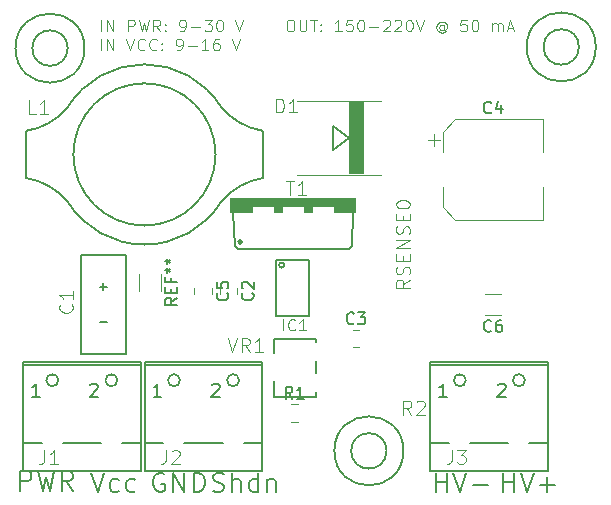
<source format=gbr>
%TF.GenerationSoftware,KiCad,Pcbnew,8.0.3*%
%TF.CreationDate,2024-09-06T18:55:24+02:00*%
%TF.ProjectId,nixie_supply,6e697869-655f-4737-9570-706c792e6b69,rev?*%
%TF.SameCoordinates,Original*%
%TF.FileFunction,Legend,Top*%
%TF.FilePolarity,Positive*%
%FSLAX46Y46*%
G04 Gerber Fmt 4.6, Leading zero omitted, Abs format (unit mm)*
G04 Created by KiCad (PCBNEW 8.0.3) date 2024-09-06 18:55:24*
%MOMM*%
%LPD*%
G01*
G04 APERTURE LIST*
%ADD10C,0.100000*%
%ADD11C,0.142240*%
%ADD12C,0.114300*%
%ADD13C,0.127000*%
%ADD14C,0.093472*%
%ADD15C,0.150000*%
%ADD16C,0.091440*%
%ADD17C,0.074778*%
%ADD18C,0.152400*%
%ADD19C,0.203200*%
%ADD20C,0.101600*%
%ADD21C,0.000000*%
%ADD22C,0.120000*%
%ADD23C,0.254000*%
G04 APERTURE END LIST*
D10*
X130803884Y-86612475D02*
X130803884Y-85612475D01*
X131280074Y-86612475D02*
X131280074Y-85612475D01*
X131280074Y-85612475D02*
X131851502Y-86612475D01*
X131851502Y-86612475D02*
X131851502Y-85612475D01*
X133089598Y-86612475D02*
X133089598Y-85612475D01*
X133089598Y-85612475D02*
X133470550Y-85612475D01*
X133470550Y-85612475D02*
X133565788Y-85660094D01*
X133565788Y-85660094D02*
X133613407Y-85707713D01*
X133613407Y-85707713D02*
X133661026Y-85802951D01*
X133661026Y-85802951D02*
X133661026Y-85945808D01*
X133661026Y-85945808D02*
X133613407Y-86041046D01*
X133613407Y-86041046D02*
X133565788Y-86088665D01*
X133565788Y-86088665D02*
X133470550Y-86136284D01*
X133470550Y-86136284D02*
X133089598Y-86136284D01*
X133994360Y-85612475D02*
X134232455Y-86612475D01*
X134232455Y-86612475D02*
X134422931Y-85898189D01*
X134422931Y-85898189D02*
X134613407Y-86612475D01*
X134613407Y-86612475D02*
X134851503Y-85612475D01*
X135803883Y-86612475D02*
X135470550Y-86136284D01*
X135232455Y-86612475D02*
X135232455Y-85612475D01*
X135232455Y-85612475D02*
X135613407Y-85612475D01*
X135613407Y-85612475D02*
X135708645Y-85660094D01*
X135708645Y-85660094D02*
X135756264Y-85707713D01*
X135756264Y-85707713D02*
X135803883Y-85802951D01*
X135803883Y-85802951D02*
X135803883Y-85945808D01*
X135803883Y-85945808D02*
X135756264Y-86041046D01*
X135756264Y-86041046D02*
X135708645Y-86088665D01*
X135708645Y-86088665D02*
X135613407Y-86136284D01*
X135613407Y-86136284D02*
X135232455Y-86136284D01*
X136232455Y-86517236D02*
X136280074Y-86564856D01*
X136280074Y-86564856D02*
X136232455Y-86612475D01*
X136232455Y-86612475D02*
X136184836Y-86564856D01*
X136184836Y-86564856D02*
X136232455Y-86517236D01*
X136232455Y-86517236D02*
X136232455Y-86612475D01*
X136232455Y-85993427D02*
X136280074Y-86041046D01*
X136280074Y-86041046D02*
X136232455Y-86088665D01*
X136232455Y-86088665D02*
X136184836Y-86041046D01*
X136184836Y-86041046D02*
X136232455Y-85993427D01*
X136232455Y-85993427D02*
X136232455Y-86088665D01*
X137518169Y-86612475D02*
X137708645Y-86612475D01*
X137708645Y-86612475D02*
X137803883Y-86564856D01*
X137803883Y-86564856D02*
X137851502Y-86517236D01*
X137851502Y-86517236D02*
X137946740Y-86374379D01*
X137946740Y-86374379D02*
X137994359Y-86183903D01*
X137994359Y-86183903D02*
X137994359Y-85802951D01*
X137994359Y-85802951D02*
X137946740Y-85707713D01*
X137946740Y-85707713D02*
X137899121Y-85660094D01*
X137899121Y-85660094D02*
X137803883Y-85612475D01*
X137803883Y-85612475D02*
X137613407Y-85612475D01*
X137613407Y-85612475D02*
X137518169Y-85660094D01*
X137518169Y-85660094D02*
X137470550Y-85707713D01*
X137470550Y-85707713D02*
X137422931Y-85802951D01*
X137422931Y-85802951D02*
X137422931Y-86041046D01*
X137422931Y-86041046D02*
X137470550Y-86136284D01*
X137470550Y-86136284D02*
X137518169Y-86183903D01*
X137518169Y-86183903D02*
X137613407Y-86231522D01*
X137613407Y-86231522D02*
X137803883Y-86231522D01*
X137803883Y-86231522D02*
X137899121Y-86183903D01*
X137899121Y-86183903D02*
X137946740Y-86136284D01*
X137946740Y-86136284D02*
X137994359Y-86041046D01*
X138422931Y-86231522D02*
X139184836Y-86231522D01*
X139565788Y-85612475D02*
X140184835Y-85612475D01*
X140184835Y-85612475D02*
X139851502Y-85993427D01*
X139851502Y-85993427D02*
X139994359Y-85993427D01*
X139994359Y-85993427D02*
X140089597Y-86041046D01*
X140089597Y-86041046D02*
X140137216Y-86088665D01*
X140137216Y-86088665D02*
X140184835Y-86183903D01*
X140184835Y-86183903D02*
X140184835Y-86421998D01*
X140184835Y-86421998D02*
X140137216Y-86517236D01*
X140137216Y-86517236D02*
X140089597Y-86564856D01*
X140089597Y-86564856D02*
X139994359Y-86612475D01*
X139994359Y-86612475D02*
X139708645Y-86612475D01*
X139708645Y-86612475D02*
X139613407Y-86564856D01*
X139613407Y-86564856D02*
X139565788Y-86517236D01*
X140803883Y-85612475D02*
X140899121Y-85612475D01*
X140899121Y-85612475D02*
X140994359Y-85660094D01*
X140994359Y-85660094D02*
X141041978Y-85707713D01*
X141041978Y-85707713D02*
X141089597Y-85802951D01*
X141089597Y-85802951D02*
X141137216Y-85993427D01*
X141137216Y-85993427D02*
X141137216Y-86231522D01*
X141137216Y-86231522D02*
X141089597Y-86421998D01*
X141089597Y-86421998D02*
X141041978Y-86517236D01*
X141041978Y-86517236D02*
X140994359Y-86564856D01*
X140994359Y-86564856D02*
X140899121Y-86612475D01*
X140899121Y-86612475D02*
X140803883Y-86612475D01*
X140803883Y-86612475D02*
X140708645Y-86564856D01*
X140708645Y-86564856D02*
X140661026Y-86517236D01*
X140661026Y-86517236D02*
X140613407Y-86421998D01*
X140613407Y-86421998D02*
X140565788Y-86231522D01*
X140565788Y-86231522D02*
X140565788Y-85993427D01*
X140565788Y-85993427D02*
X140613407Y-85802951D01*
X140613407Y-85802951D02*
X140661026Y-85707713D01*
X140661026Y-85707713D02*
X140708645Y-85660094D01*
X140708645Y-85660094D02*
X140803883Y-85612475D01*
X142184836Y-85612475D02*
X142518169Y-86612475D01*
X142518169Y-86612475D02*
X142851502Y-85612475D01*
X146756264Y-85612475D02*
X146946740Y-85612475D01*
X146946740Y-85612475D02*
X147041978Y-85660094D01*
X147041978Y-85660094D02*
X147137216Y-85755332D01*
X147137216Y-85755332D02*
X147184835Y-85945808D01*
X147184835Y-85945808D02*
X147184835Y-86279141D01*
X147184835Y-86279141D02*
X147137216Y-86469617D01*
X147137216Y-86469617D02*
X147041978Y-86564856D01*
X147041978Y-86564856D02*
X146946740Y-86612475D01*
X146946740Y-86612475D02*
X146756264Y-86612475D01*
X146756264Y-86612475D02*
X146661026Y-86564856D01*
X146661026Y-86564856D02*
X146565788Y-86469617D01*
X146565788Y-86469617D02*
X146518169Y-86279141D01*
X146518169Y-86279141D02*
X146518169Y-85945808D01*
X146518169Y-85945808D02*
X146565788Y-85755332D01*
X146565788Y-85755332D02*
X146661026Y-85660094D01*
X146661026Y-85660094D02*
X146756264Y-85612475D01*
X147613407Y-85612475D02*
X147613407Y-86421998D01*
X147613407Y-86421998D02*
X147661026Y-86517236D01*
X147661026Y-86517236D02*
X147708645Y-86564856D01*
X147708645Y-86564856D02*
X147803883Y-86612475D01*
X147803883Y-86612475D02*
X147994359Y-86612475D01*
X147994359Y-86612475D02*
X148089597Y-86564856D01*
X148089597Y-86564856D02*
X148137216Y-86517236D01*
X148137216Y-86517236D02*
X148184835Y-86421998D01*
X148184835Y-86421998D02*
X148184835Y-85612475D01*
X148518169Y-85612475D02*
X149089597Y-85612475D01*
X148803883Y-86612475D02*
X148803883Y-85612475D01*
X149422931Y-86517236D02*
X149470550Y-86564856D01*
X149470550Y-86564856D02*
X149422931Y-86612475D01*
X149422931Y-86612475D02*
X149375312Y-86564856D01*
X149375312Y-86564856D02*
X149422931Y-86517236D01*
X149422931Y-86517236D02*
X149422931Y-86612475D01*
X149422931Y-85993427D02*
X149470550Y-86041046D01*
X149470550Y-86041046D02*
X149422931Y-86088665D01*
X149422931Y-86088665D02*
X149375312Y-86041046D01*
X149375312Y-86041046D02*
X149422931Y-85993427D01*
X149422931Y-85993427D02*
X149422931Y-86088665D01*
X151184835Y-86612475D02*
X150613407Y-86612475D01*
X150899121Y-86612475D02*
X150899121Y-85612475D01*
X150899121Y-85612475D02*
X150803883Y-85755332D01*
X150803883Y-85755332D02*
X150708645Y-85850570D01*
X150708645Y-85850570D02*
X150613407Y-85898189D01*
X152089597Y-85612475D02*
X151613407Y-85612475D01*
X151613407Y-85612475D02*
X151565788Y-86088665D01*
X151565788Y-86088665D02*
X151613407Y-86041046D01*
X151613407Y-86041046D02*
X151708645Y-85993427D01*
X151708645Y-85993427D02*
X151946740Y-85993427D01*
X151946740Y-85993427D02*
X152041978Y-86041046D01*
X152041978Y-86041046D02*
X152089597Y-86088665D01*
X152089597Y-86088665D02*
X152137216Y-86183903D01*
X152137216Y-86183903D02*
X152137216Y-86421998D01*
X152137216Y-86421998D02*
X152089597Y-86517236D01*
X152089597Y-86517236D02*
X152041978Y-86564856D01*
X152041978Y-86564856D02*
X151946740Y-86612475D01*
X151946740Y-86612475D02*
X151708645Y-86612475D01*
X151708645Y-86612475D02*
X151613407Y-86564856D01*
X151613407Y-86564856D02*
X151565788Y-86517236D01*
X152756264Y-85612475D02*
X152851502Y-85612475D01*
X152851502Y-85612475D02*
X152946740Y-85660094D01*
X152946740Y-85660094D02*
X152994359Y-85707713D01*
X152994359Y-85707713D02*
X153041978Y-85802951D01*
X153041978Y-85802951D02*
X153089597Y-85993427D01*
X153089597Y-85993427D02*
X153089597Y-86231522D01*
X153089597Y-86231522D02*
X153041978Y-86421998D01*
X153041978Y-86421998D02*
X152994359Y-86517236D01*
X152994359Y-86517236D02*
X152946740Y-86564856D01*
X152946740Y-86564856D02*
X152851502Y-86612475D01*
X152851502Y-86612475D02*
X152756264Y-86612475D01*
X152756264Y-86612475D02*
X152661026Y-86564856D01*
X152661026Y-86564856D02*
X152613407Y-86517236D01*
X152613407Y-86517236D02*
X152565788Y-86421998D01*
X152565788Y-86421998D02*
X152518169Y-86231522D01*
X152518169Y-86231522D02*
X152518169Y-85993427D01*
X152518169Y-85993427D02*
X152565788Y-85802951D01*
X152565788Y-85802951D02*
X152613407Y-85707713D01*
X152613407Y-85707713D02*
X152661026Y-85660094D01*
X152661026Y-85660094D02*
X152756264Y-85612475D01*
X153518169Y-86231522D02*
X154280074Y-86231522D01*
X154708645Y-85707713D02*
X154756264Y-85660094D01*
X154756264Y-85660094D02*
X154851502Y-85612475D01*
X154851502Y-85612475D02*
X155089597Y-85612475D01*
X155089597Y-85612475D02*
X155184835Y-85660094D01*
X155184835Y-85660094D02*
X155232454Y-85707713D01*
X155232454Y-85707713D02*
X155280073Y-85802951D01*
X155280073Y-85802951D02*
X155280073Y-85898189D01*
X155280073Y-85898189D02*
X155232454Y-86041046D01*
X155232454Y-86041046D02*
X154661026Y-86612475D01*
X154661026Y-86612475D02*
X155280073Y-86612475D01*
X155661026Y-85707713D02*
X155708645Y-85660094D01*
X155708645Y-85660094D02*
X155803883Y-85612475D01*
X155803883Y-85612475D02*
X156041978Y-85612475D01*
X156041978Y-85612475D02*
X156137216Y-85660094D01*
X156137216Y-85660094D02*
X156184835Y-85707713D01*
X156184835Y-85707713D02*
X156232454Y-85802951D01*
X156232454Y-85802951D02*
X156232454Y-85898189D01*
X156232454Y-85898189D02*
X156184835Y-86041046D01*
X156184835Y-86041046D02*
X155613407Y-86612475D01*
X155613407Y-86612475D02*
X156232454Y-86612475D01*
X156851502Y-85612475D02*
X156946740Y-85612475D01*
X156946740Y-85612475D02*
X157041978Y-85660094D01*
X157041978Y-85660094D02*
X157089597Y-85707713D01*
X157089597Y-85707713D02*
X157137216Y-85802951D01*
X157137216Y-85802951D02*
X157184835Y-85993427D01*
X157184835Y-85993427D02*
X157184835Y-86231522D01*
X157184835Y-86231522D02*
X157137216Y-86421998D01*
X157137216Y-86421998D02*
X157089597Y-86517236D01*
X157089597Y-86517236D02*
X157041978Y-86564856D01*
X157041978Y-86564856D02*
X156946740Y-86612475D01*
X156946740Y-86612475D02*
X156851502Y-86612475D01*
X156851502Y-86612475D02*
X156756264Y-86564856D01*
X156756264Y-86564856D02*
X156708645Y-86517236D01*
X156708645Y-86517236D02*
X156661026Y-86421998D01*
X156661026Y-86421998D02*
X156613407Y-86231522D01*
X156613407Y-86231522D02*
X156613407Y-85993427D01*
X156613407Y-85993427D02*
X156661026Y-85802951D01*
X156661026Y-85802951D02*
X156708645Y-85707713D01*
X156708645Y-85707713D02*
X156756264Y-85660094D01*
X156756264Y-85660094D02*
X156851502Y-85612475D01*
X157470550Y-85612475D02*
X157803883Y-86612475D01*
X157803883Y-86612475D02*
X158137216Y-85612475D01*
X159851502Y-86136284D02*
X159803883Y-86088665D01*
X159803883Y-86088665D02*
X159708645Y-86041046D01*
X159708645Y-86041046D02*
X159613407Y-86041046D01*
X159613407Y-86041046D02*
X159518169Y-86088665D01*
X159518169Y-86088665D02*
X159470550Y-86136284D01*
X159470550Y-86136284D02*
X159422931Y-86231522D01*
X159422931Y-86231522D02*
X159422931Y-86326760D01*
X159422931Y-86326760D02*
X159470550Y-86421998D01*
X159470550Y-86421998D02*
X159518169Y-86469617D01*
X159518169Y-86469617D02*
X159613407Y-86517236D01*
X159613407Y-86517236D02*
X159708645Y-86517236D01*
X159708645Y-86517236D02*
X159803883Y-86469617D01*
X159803883Y-86469617D02*
X159851502Y-86421998D01*
X159851502Y-86041046D02*
X159851502Y-86421998D01*
X159851502Y-86421998D02*
X159899121Y-86469617D01*
X159899121Y-86469617D02*
X159946740Y-86469617D01*
X159946740Y-86469617D02*
X160041979Y-86421998D01*
X160041979Y-86421998D02*
X160089598Y-86326760D01*
X160089598Y-86326760D02*
X160089598Y-86088665D01*
X160089598Y-86088665D02*
X159994360Y-85945808D01*
X159994360Y-85945808D02*
X159851502Y-85850570D01*
X159851502Y-85850570D02*
X159661026Y-85802951D01*
X159661026Y-85802951D02*
X159470550Y-85850570D01*
X159470550Y-85850570D02*
X159327693Y-85945808D01*
X159327693Y-85945808D02*
X159232455Y-86088665D01*
X159232455Y-86088665D02*
X159184836Y-86279141D01*
X159184836Y-86279141D02*
X159232455Y-86469617D01*
X159232455Y-86469617D02*
X159327693Y-86612475D01*
X159327693Y-86612475D02*
X159470550Y-86707713D01*
X159470550Y-86707713D02*
X159661026Y-86755332D01*
X159661026Y-86755332D02*
X159851502Y-86707713D01*
X159851502Y-86707713D02*
X159994360Y-86612475D01*
X161756264Y-85612475D02*
X161280074Y-85612475D01*
X161280074Y-85612475D02*
X161232455Y-86088665D01*
X161232455Y-86088665D02*
X161280074Y-86041046D01*
X161280074Y-86041046D02*
X161375312Y-85993427D01*
X161375312Y-85993427D02*
X161613407Y-85993427D01*
X161613407Y-85993427D02*
X161708645Y-86041046D01*
X161708645Y-86041046D02*
X161756264Y-86088665D01*
X161756264Y-86088665D02*
X161803883Y-86183903D01*
X161803883Y-86183903D02*
X161803883Y-86421998D01*
X161803883Y-86421998D02*
X161756264Y-86517236D01*
X161756264Y-86517236D02*
X161708645Y-86564856D01*
X161708645Y-86564856D02*
X161613407Y-86612475D01*
X161613407Y-86612475D02*
X161375312Y-86612475D01*
X161375312Y-86612475D02*
X161280074Y-86564856D01*
X161280074Y-86564856D02*
X161232455Y-86517236D01*
X162422931Y-85612475D02*
X162518169Y-85612475D01*
X162518169Y-85612475D02*
X162613407Y-85660094D01*
X162613407Y-85660094D02*
X162661026Y-85707713D01*
X162661026Y-85707713D02*
X162708645Y-85802951D01*
X162708645Y-85802951D02*
X162756264Y-85993427D01*
X162756264Y-85993427D02*
X162756264Y-86231522D01*
X162756264Y-86231522D02*
X162708645Y-86421998D01*
X162708645Y-86421998D02*
X162661026Y-86517236D01*
X162661026Y-86517236D02*
X162613407Y-86564856D01*
X162613407Y-86564856D02*
X162518169Y-86612475D01*
X162518169Y-86612475D02*
X162422931Y-86612475D01*
X162422931Y-86612475D02*
X162327693Y-86564856D01*
X162327693Y-86564856D02*
X162280074Y-86517236D01*
X162280074Y-86517236D02*
X162232455Y-86421998D01*
X162232455Y-86421998D02*
X162184836Y-86231522D01*
X162184836Y-86231522D02*
X162184836Y-85993427D01*
X162184836Y-85993427D02*
X162232455Y-85802951D01*
X162232455Y-85802951D02*
X162280074Y-85707713D01*
X162280074Y-85707713D02*
X162327693Y-85660094D01*
X162327693Y-85660094D02*
X162422931Y-85612475D01*
X163946741Y-86612475D02*
X163946741Y-85945808D01*
X163946741Y-86041046D02*
X163994360Y-85993427D01*
X163994360Y-85993427D02*
X164089598Y-85945808D01*
X164089598Y-85945808D02*
X164232455Y-85945808D01*
X164232455Y-85945808D02*
X164327693Y-85993427D01*
X164327693Y-85993427D02*
X164375312Y-86088665D01*
X164375312Y-86088665D02*
X164375312Y-86612475D01*
X164375312Y-86088665D02*
X164422931Y-85993427D01*
X164422931Y-85993427D02*
X164518169Y-85945808D01*
X164518169Y-85945808D02*
X164661026Y-85945808D01*
X164661026Y-85945808D02*
X164756265Y-85993427D01*
X164756265Y-85993427D02*
X164803884Y-86088665D01*
X164803884Y-86088665D02*
X164803884Y-86612475D01*
X165232455Y-86326760D02*
X165708645Y-86326760D01*
X165137217Y-86612475D02*
X165470550Y-85612475D01*
X165470550Y-85612475D02*
X165803883Y-86612475D01*
X130803884Y-88222419D02*
X130803884Y-87222419D01*
X131280074Y-88222419D02*
X131280074Y-87222419D01*
X131280074Y-87222419D02*
X131851502Y-88222419D01*
X131851502Y-88222419D02*
X131851502Y-87222419D01*
X132946741Y-87222419D02*
X133280074Y-88222419D01*
X133280074Y-88222419D02*
X133613407Y-87222419D01*
X134518169Y-88127180D02*
X134470550Y-88174800D01*
X134470550Y-88174800D02*
X134327693Y-88222419D01*
X134327693Y-88222419D02*
X134232455Y-88222419D01*
X134232455Y-88222419D02*
X134089598Y-88174800D01*
X134089598Y-88174800D02*
X133994360Y-88079561D01*
X133994360Y-88079561D02*
X133946741Y-87984323D01*
X133946741Y-87984323D02*
X133899122Y-87793847D01*
X133899122Y-87793847D02*
X133899122Y-87650990D01*
X133899122Y-87650990D02*
X133946741Y-87460514D01*
X133946741Y-87460514D02*
X133994360Y-87365276D01*
X133994360Y-87365276D02*
X134089598Y-87270038D01*
X134089598Y-87270038D02*
X134232455Y-87222419D01*
X134232455Y-87222419D02*
X134327693Y-87222419D01*
X134327693Y-87222419D02*
X134470550Y-87270038D01*
X134470550Y-87270038D02*
X134518169Y-87317657D01*
X135518169Y-88127180D02*
X135470550Y-88174800D01*
X135470550Y-88174800D02*
X135327693Y-88222419D01*
X135327693Y-88222419D02*
X135232455Y-88222419D01*
X135232455Y-88222419D02*
X135089598Y-88174800D01*
X135089598Y-88174800D02*
X134994360Y-88079561D01*
X134994360Y-88079561D02*
X134946741Y-87984323D01*
X134946741Y-87984323D02*
X134899122Y-87793847D01*
X134899122Y-87793847D02*
X134899122Y-87650990D01*
X134899122Y-87650990D02*
X134946741Y-87460514D01*
X134946741Y-87460514D02*
X134994360Y-87365276D01*
X134994360Y-87365276D02*
X135089598Y-87270038D01*
X135089598Y-87270038D02*
X135232455Y-87222419D01*
X135232455Y-87222419D02*
X135327693Y-87222419D01*
X135327693Y-87222419D02*
X135470550Y-87270038D01*
X135470550Y-87270038D02*
X135518169Y-87317657D01*
X135946741Y-88127180D02*
X135994360Y-88174800D01*
X135994360Y-88174800D02*
X135946741Y-88222419D01*
X135946741Y-88222419D02*
X135899122Y-88174800D01*
X135899122Y-88174800D02*
X135946741Y-88127180D01*
X135946741Y-88127180D02*
X135946741Y-88222419D01*
X135946741Y-87603371D02*
X135994360Y-87650990D01*
X135994360Y-87650990D02*
X135946741Y-87698609D01*
X135946741Y-87698609D02*
X135899122Y-87650990D01*
X135899122Y-87650990D02*
X135946741Y-87603371D01*
X135946741Y-87603371D02*
X135946741Y-87698609D01*
X137232455Y-88222419D02*
X137422931Y-88222419D01*
X137422931Y-88222419D02*
X137518169Y-88174800D01*
X137518169Y-88174800D02*
X137565788Y-88127180D01*
X137565788Y-88127180D02*
X137661026Y-87984323D01*
X137661026Y-87984323D02*
X137708645Y-87793847D01*
X137708645Y-87793847D02*
X137708645Y-87412895D01*
X137708645Y-87412895D02*
X137661026Y-87317657D01*
X137661026Y-87317657D02*
X137613407Y-87270038D01*
X137613407Y-87270038D02*
X137518169Y-87222419D01*
X137518169Y-87222419D02*
X137327693Y-87222419D01*
X137327693Y-87222419D02*
X137232455Y-87270038D01*
X137232455Y-87270038D02*
X137184836Y-87317657D01*
X137184836Y-87317657D02*
X137137217Y-87412895D01*
X137137217Y-87412895D02*
X137137217Y-87650990D01*
X137137217Y-87650990D02*
X137184836Y-87746228D01*
X137184836Y-87746228D02*
X137232455Y-87793847D01*
X137232455Y-87793847D02*
X137327693Y-87841466D01*
X137327693Y-87841466D02*
X137518169Y-87841466D01*
X137518169Y-87841466D02*
X137613407Y-87793847D01*
X137613407Y-87793847D02*
X137661026Y-87746228D01*
X137661026Y-87746228D02*
X137708645Y-87650990D01*
X138137217Y-87841466D02*
X138899122Y-87841466D01*
X139899121Y-88222419D02*
X139327693Y-88222419D01*
X139613407Y-88222419D02*
X139613407Y-87222419D01*
X139613407Y-87222419D02*
X139518169Y-87365276D01*
X139518169Y-87365276D02*
X139422931Y-87460514D01*
X139422931Y-87460514D02*
X139327693Y-87508133D01*
X140756264Y-87222419D02*
X140565788Y-87222419D01*
X140565788Y-87222419D02*
X140470550Y-87270038D01*
X140470550Y-87270038D02*
X140422931Y-87317657D01*
X140422931Y-87317657D02*
X140327693Y-87460514D01*
X140327693Y-87460514D02*
X140280074Y-87650990D01*
X140280074Y-87650990D02*
X140280074Y-88031942D01*
X140280074Y-88031942D02*
X140327693Y-88127180D01*
X140327693Y-88127180D02*
X140375312Y-88174800D01*
X140375312Y-88174800D02*
X140470550Y-88222419D01*
X140470550Y-88222419D02*
X140661026Y-88222419D01*
X140661026Y-88222419D02*
X140756264Y-88174800D01*
X140756264Y-88174800D02*
X140803883Y-88127180D01*
X140803883Y-88127180D02*
X140851502Y-88031942D01*
X140851502Y-88031942D02*
X140851502Y-87793847D01*
X140851502Y-87793847D02*
X140803883Y-87698609D01*
X140803883Y-87698609D02*
X140756264Y-87650990D01*
X140756264Y-87650990D02*
X140661026Y-87603371D01*
X140661026Y-87603371D02*
X140470550Y-87603371D01*
X140470550Y-87603371D02*
X140375312Y-87650990D01*
X140375312Y-87650990D02*
X140327693Y-87698609D01*
X140327693Y-87698609D02*
X140280074Y-87793847D01*
X141899122Y-87222419D02*
X142232455Y-88222419D01*
X142232455Y-88222419D02*
X142565788Y-87222419D01*
D11*
X140292251Y-125538124D02*
X140525931Y-125616017D01*
X140525931Y-125616017D02*
X140915398Y-125616017D01*
X140915398Y-125616017D02*
X141071184Y-125538124D01*
X141071184Y-125538124D02*
X141149078Y-125460230D01*
X141149078Y-125460230D02*
X141226971Y-125304444D01*
X141226971Y-125304444D02*
X141226971Y-125148657D01*
X141226971Y-125148657D02*
X141149078Y-124992870D01*
X141149078Y-124992870D02*
X141071184Y-124914977D01*
X141071184Y-124914977D02*
X140915398Y-124837084D01*
X140915398Y-124837084D02*
X140603824Y-124759190D01*
X140603824Y-124759190D02*
X140448038Y-124681297D01*
X140448038Y-124681297D02*
X140370144Y-124603404D01*
X140370144Y-124603404D02*
X140292251Y-124447617D01*
X140292251Y-124447617D02*
X140292251Y-124291830D01*
X140292251Y-124291830D02*
X140370144Y-124136044D01*
X140370144Y-124136044D02*
X140448038Y-124058150D01*
X140448038Y-124058150D02*
X140603824Y-123980257D01*
X140603824Y-123980257D02*
X140993291Y-123980257D01*
X140993291Y-123980257D02*
X141226971Y-124058150D01*
X141928011Y-125616017D02*
X141928011Y-123980257D01*
X142629051Y-125616017D02*
X142629051Y-124759190D01*
X142629051Y-124759190D02*
X142551158Y-124603404D01*
X142551158Y-124603404D02*
X142395371Y-124525510D01*
X142395371Y-124525510D02*
X142161691Y-124525510D01*
X142161691Y-124525510D02*
X142005905Y-124603404D01*
X142005905Y-124603404D02*
X141928011Y-124681297D01*
X144109024Y-125616017D02*
X144109024Y-123980257D01*
X144109024Y-125538124D02*
X143953238Y-125616017D01*
X143953238Y-125616017D02*
X143641664Y-125616017D01*
X143641664Y-125616017D02*
X143485878Y-125538124D01*
X143485878Y-125538124D02*
X143407984Y-125460230D01*
X143407984Y-125460230D02*
X143330091Y-125304444D01*
X143330091Y-125304444D02*
X143330091Y-124837084D01*
X143330091Y-124837084D02*
X143407984Y-124681297D01*
X143407984Y-124681297D02*
X143485878Y-124603404D01*
X143485878Y-124603404D02*
X143641664Y-124525510D01*
X143641664Y-124525510D02*
X143953238Y-124525510D01*
X143953238Y-124525510D02*
X144109024Y-124603404D01*
X144887957Y-124525510D02*
X144887957Y-125616017D01*
X144887957Y-124681297D02*
X144965851Y-124603404D01*
X144965851Y-124603404D02*
X145121637Y-124525510D01*
X145121637Y-124525510D02*
X145355317Y-124525510D01*
X145355317Y-124525510D02*
X145511104Y-124603404D01*
X145511104Y-124603404D02*
X145588997Y-124759190D01*
X145588997Y-124759190D02*
X145588997Y-125616017D01*
X159164144Y-125626017D02*
X159164144Y-123990257D01*
X159164144Y-124769190D02*
X160098864Y-124769190D01*
X160098864Y-125626017D02*
X160098864Y-123990257D01*
X160644117Y-123990257D02*
X161189371Y-125626017D01*
X161189371Y-125626017D02*
X161734624Y-123990257D01*
X162279877Y-125002870D02*
X163526171Y-125002870D01*
X129976464Y-123980257D02*
X130521718Y-125616017D01*
X130521718Y-125616017D02*
X131066971Y-123980257D01*
X132313264Y-125538124D02*
X132157478Y-125616017D01*
X132157478Y-125616017D02*
X131845904Y-125616017D01*
X131845904Y-125616017D02*
X131690118Y-125538124D01*
X131690118Y-125538124D02*
X131612224Y-125460230D01*
X131612224Y-125460230D02*
X131534331Y-125304444D01*
X131534331Y-125304444D02*
X131534331Y-124837084D01*
X131534331Y-124837084D02*
X131612224Y-124681297D01*
X131612224Y-124681297D02*
X131690118Y-124603404D01*
X131690118Y-124603404D02*
X131845904Y-124525510D01*
X131845904Y-124525510D02*
X132157478Y-124525510D01*
X132157478Y-124525510D02*
X132313264Y-124603404D01*
X133715344Y-125538124D02*
X133559558Y-125616017D01*
X133559558Y-125616017D02*
X133247984Y-125616017D01*
X133247984Y-125616017D02*
X133092198Y-125538124D01*
X133092198Y-125538124D02*
X133014304Y-125460230D01*
X133014304Y-125460230D02*
X132936411Y-125304444D01*
X132936411Y-125304444D02*
X132936411Y-124837084D01*
X132936411Y-124837084D02*
X133014304Y-124681297D01*
X133014304Y-124681297D02*
X133092198Y-124603404D01*
X133092198Y-124603404D02*
X133247984Y-124525510D01*
X133247984Y-124525510D02*
X133559558Y-124525510D01*
X133559558Y-124525510D02*
X133715344Y-124603404D01*
X164864144Y-125626017D02*
X164864144Y-123990257D01*
X164864144Y-124769190D02*
X165798864Y-124769190D01*
X165798864Y-125626017D02*
X165798864Y-123990257D01*
X166344117Y-123990257D02*
X166889371Y-125626017D01*
X166889371Y-125626017D02*
X167434624Y-123990257D01*
X167979877Y-125002870D02*
X169226171Y-125002870D01*
X168603024Y-125626017D02*
X168603024Y-124379724D01*
X123983044Y-125492417D02*
X123983044Y-123856657D01*
X123983044Y-123856657D02*
X124606191Y-123856657D01*
X124606191Y-123856657D02*
X124761978Y-123934550D01*
X124761978Y-123934550D02*
X124839871Y-124012444D01*
X124839871Y-124012444D02*
X124917764Y-124168230D01*
X124917764Y-124168230D02*
X124917764Y-124401910D01*
X124917764Y-124401910D02*
X124839871Y-124557697D01*
X124839871Y-124557697D02*
X124761978Y-124635590D01*
X124761978Y-124635590D02*
X124606191Y-124713484D01*
X124606191Y-124713484D02*
X123983044Y-124713484D01*
X125463018Y-123856657D02*
X125852484Y-125492417D01*
X125852484Y-125492417D02*
X126164058Y-124324017D01*
X126164058Y-124324017D02*
X126475631Y-125492417D01*
X126475631Y-125492417D02*
X126865098Y-123856657D01*
X128422964Y-125492417D02*
X127877711Y-124713484D01*
X127488244Y-125492417D02*
X127488244Y-123856657D01*
X127488244Y-123856657D02*
X128111391Y-123856657D01*
X128111391Y-123856657D02*
X128267178Y-123934550D01*
X128267178Y-123934550D02*
X128345071Y-124012444D01*
X128345071Y-124012444D02*
X128422964Y-124168230D01*
X128422964Y-124168230D02*
X128422964Y-124401910D01*
X128422964Y-124401910D02*
X128345071Y-124557697D01*
X128345071Y-124557697D02*
X128267178Y-124635590D01*
X128267178Y-124635590D02*
X128111391Y-124713484D01*
X128111391Y-124713484D02*
X127488244Y-124713484D01*
X136146971Y-124058150D02*
X135991184Y-123980257D01*
X135991184Y-123980257D02*
X135757504Y-123980257D01*
X135757504Y-123980257D02*
X135523824Y-124058150D01*
X135523824Y-124058150D02*
X135368038Y-124213937D01*
X135368038Y-124213937D02*
X135290144Y-124369724D01*
X135290144Y-124369724D02*
X135212251Y-124681297D01*
X135212251Y-124681297D02*
X135212251Y-124914977D01*
X135212251Y-124914977D02*
X135290144Y-125226550D01*
X135290144Y-125226550D02*
X135368038Y-125382337D01*
X135368038Y-125382337D02*
X135523824Y-125538124D01*
X135523824Y-125538124D02*
X135757504Y-125616017D01*
X135757504Y-125616017D02*
X135913291Y-125616017D01*
X135913291Y-125616017D02*
X136146971Y-125538124D01*
X136146971Y-125538124D02*
X136224864Y-125460230D01*
X136224864Y-125460230D02*
X136224864Y-124914977D01*
X136224864Y-124914977D02*
X135913291Y-124914977D01*
X136925904Y-125616017D02*
X136925904Y-123980257D01*
X136925904Y-123980257D02*
X137860624Y-125616017D01*
X137860624Y-125616017D02*
X137860624Y-123980257D01*
X138639557Y-125616017D02*
X138639557Y-123980257D01*
X138639557Y-123980257D02*
X139029024Y-123980257D01*
X139029024Y-123980257D02*
X139262704Y-124058150D01*
X139262704Y-124058150D02*
X139418491Y-124213937D01*
X139418491Y-124213937D02*
X139496384Y-124369724D01*
X139496384Y-124369724D02*
X139574277Y-124681297D01*
X139574277Y-124681297D02*
X139574277Y-124914977D01*
X139574277Y-124914977D02*
X139496384Y-125226550D01*
X139496384Y-125226550D02*
X139418491Y-125382337D01*
X139418491Y-125382337D02*
X139262704Y-125538124D01*
X139262704Y-125538124D02*
X139029024Y-125616017D01*
X139029024Y-125616017D02*
X138639557Y-125616017D01*
D12*
X160515463Y-122064320D02*
X160515463Y-122889820D01*
X160515463Y-122889820D02*
X160460430Y-123054920D01*
X160460430Y-123054920D02*
X160350363Y-123164987D01*
X160350363Y-123164987D02*
X160185263Y-123220020D01*
X160185263Y-123220020D02*
X160075197Y-123220020D01*
X160955730Y-122064320D02*
X161671163Y-122064320D01*
X161671163Y-122064320D02*
X161285930Y-122504587D01*
X161285930Y-122504587D02*
X161451030Y-122504587D01*
X161451030Y-122504587D02*
X161561096Y-122559620D01*
X161561096Y-122559620D02*
X161616130Y-122614653D01*
X161616130Y-122614653D02*
X161671163Y-122724720D01*
X161671163Y-122724720D02*
X161671163Y-122999887D01*
X161671163Y-122999887D02*
X161616130Y-123109953D01*
X161616130Y-123109953D02*
X161561096Y-123164987D01*
X161561096Y-123164987D02*
X161451030Y-123220020D01*
X161451030Y-123220020D02*
X161120830Y-123220020D01*
X161120830Y-123220020D02*
X161010763Y-123164987D01*
X161010763Y-123164987D02*
X160955730Y-123109953D01*
D13*
X160103509Y-117582114D02*
X159450366Y-117582114D01*
X159776937Y-117582114D02*
X159776937Y-116439114D01*
X159776937Y-116439114D02*
X159668080Y-116602400D01*
X159668080Y-116602400D02*
X159559223Y-116711257D01*
X159559223Y-116711257D02*
X159450366Y-116765686D01*
X164403366Y-116547971D02*
X164457794Y-116493543D01*
X164457794Y-116493543D02*
X164566652Y-116439114D01*
X164566652Y-116439114D02*
X164838794Y-116439114D01*
X164838794Y-116439114D02*
X164947652Y-116493543D01*
X164947652Y-116493543D02*
X165002080Y-116547971D01*
X165002080Y-116547971D02*
X165056509Y-116656828D01*
X165056509Y-116656828D02*
X165056509Y-116765686D01*
X165056509Y-116765686D02*
X165002080Y-116928971D01*
X165002080Y-116928971D02*
X164348937Y-117582114D01*
X164348937Y-117582114D02*
X165056509Y-117582114D01*
D14*
X128328204Y-109713678D02*
X128384230Y-109769703D01*
X128384230Y-109769703D02*
X128440255Y-109937779D01*
X128440255Y-109937779D02*
X128440255Y-110049829D01*
X128440255Y-110049829D02*
X128384230Y-110217904D01*
X128384230Y-110217904D02*
X128272179Y-110329955D01*
X128272179Y-110329955D02*
X128160129Y-110385980D01*
X128160129Y-110385980D02*
X127936028Y-110442005D01*
X127936028Y-110442005D02*
X127767953Y-110442005D01*
X127767953Y-110442005D02*
X127543852Y-110385980D01*
X127543852Y-110385980D02*
X127431802Y-110329955D01*
X127431802Y-110329955D02*
X127319752Y-110217904D01*
X127319752Y-110217904D02*
X127263727Y-110049829D01*
X127263727Y-110049829D02*
X127263727Y-109937779D01*
X127263727Y-109937779D02*
X127319752Y-109769703D01*
X127319752Y-109769703D02*
X127375777Y-109713678D01*
X128440255Y-108593175D02*
X128440255Y-109265477D01*
X128440255Y-108929326D02*
X127263727Y-108929326D01*
X127263727Y-108929326D02*
X127431802Y-109041376D01*
X127431802Y-109041376D02*
X127543852Y-109153427D01*
X127543852Y-109153427D02*
X127599878Y-109265477D01*
X145637719Y-93483755D02*
X145637719Y-92307227D01*
X145637719Y-92307227D02*
X145917845Y-92307227D01*
X145917845Y-92307227D02*
X146085920Y-92363252D01*
X146085920Y-92363252D02*
X146197971Y-92475302D01*
X146197971Y-92475302D02*
X146253996Y-92587352D01*
X146253996Y-92587352D02*
X146310021Y-92811453D01*
X146310021Y-92811453D02*
X146310021Y-92979528D01*
X146310021Y-92979528D02*
X146253996Y-93203629D01*
X146253996Y-93203629D02*
X146197971Y-93315679D01*
X146197971Y-93315679D02*
X146085920Y-93427730D01*
X146085920Y-93427730D02*
X145917845Y-93483755D01*
X145917845Y-93483755D02*
X145637719Y-93483755D01*
X147430524Y-93483755D02*
X146758222Y-93483755D01*
X147094373Y-93483755D02*
X147094373Y-92307227D01*
X147094373Y-92307227D02*
X146982323Y-92475302D01*
X146982323Y-92475302D02*
X146870272Y-92587352D01*
X146870272Y-92587352D02*
X146758222Y-92643378D01*
X125270971Y-93614755D02*
X124710719Y-93614755D01*
X124710719Y-93614755D02*
X124710719Y-92438227D01*
X126279423Y-93614755D02*
X125607121Y-93614755D01*
X125943272Y-93614755D02*
X125943272Y-92438227D01*
X125943272Y-92438227D02*
X125831222Y-92606302D01*
X125831222Y-92606302D02*
X125719171Y-92718352D01*
X125719171Y-92718352D02*
X125607121Y-92774378D01*
D15*
X163833333Y-111959580D02*
X163785714Y-112007200D01*
X163785714Y-112007200D02*
X163642857Y-112054819D01*
X163642857Y-112054819D02*
X163547619Y-112054819D01*
X163547619Y-112054819D02*
X163404762Y-112007200D01*
X163404762Y-112007200D02*
X163309524Y-111911961D01*
X163309524Y-111911961D02*
X163261905Y-111816723D01*
X163261905Y-111816723D02*
X163214286Y-111626247D01*
X163214286Y-111626247D02*
X163214286Y-111483390D01*
X163214286Y-111483390D02*
X163261905Y-111292914D01*
X163261905Y-111292914D02*
X163309524Y-111197676D01*
X163309524Y-111197676D02*
X163404762Y-111102438D01*
X163404762Y-111102438D02*
X163547619Y-111054819D01*
X163547619Y-111054819D02*
X163642857Y-111054819D01*
X163642857Y-111054819D02*
X163785714Y-111102438D01*
X163785714Y-111102438D02*
X163833333Y-111150057D01*
X164690476Y-111054819D02*
X164500000Y-111054819D01*
X164500000Y-111054819D02*
X164404762Y-111102438D01*
X164404762Y-111102438D02*
X164357143Y-111150057D01*
X164357143Y-111150057D02*
X164261905Y-111292914D01*
X164261905Y-111292914D02*
X164214286Y-111483390D01*
X164214286Y-111483390D02*
X164214286Y-111864342D01*
X164214286Y-111864342D02*
X164261905Y-111959580D01*
X164261905Y-111959580D02*
X164309524Y-112007200D01*
X164309524Y-112007200D02*
X164404762Y-112054819D01*
X164404762Y-112054819D02*
X164595238Y-112054819D01*
X164595238Y-112054819D02*
X164690476Y-112007200D01*
X164690476Y-112007200D02*
X164738095Y-111959580D01*
X164738095Y-111959580D02*
X164785714Y-111864342D01*
X164785714Y-111864342D02*
X164785714Y-111626247D01*
X164785714Y-111626247D02*
X164738095Y-111531009D01*
X164738095Y-111531009D02*
X164690476Y-111483390D01*
X164690476Y-111483390D02*
X164595238Y-111435771D01*
X164595238Y-111435771D02*
X164404762Y-111435771D01*
X164404762Y-111435771D02*
X164309524Y-111483390D01*
X164309524Y-111483390D02*
X164261905Y-111531009D01*
X164261905Y-111531009D02*
X164214286Y-111626247D01*
X141489580Y-108766666D02*
X141537200Y-108814285D01*
X141537200Y-108814285D02*
X141584819Y-108957142D01*
X141584819Y-108957142D02*
X141584819Y-109052380D01*
X141584819Y-109052380D02*
X141537200Y-109195237D01*
X141537200Y-109195237D02*
X141441961Y-109290475D01*
X141441961Y-109290475D02*
X141346723Y-109338094D01*
X141346723Y-109338094D02*
X141156247Y-109385713D01*
X141156247Y-109385713D02*
X141013390Y-109385713D01*
X141013390Y-109385713D02*
X140822914Y-109338094D01*
X140822914Y-109338094D02*
X140727676Y-109290475D01*
X140727676Y-109290475D02*
X140632438Y-109195237D01*
X140632438Y-109195237D02*
X140584819Y-109052380D01*
X140584819Y-109052380D02*
X140584819Y-108957142D01*
X140584819Y-108957142D02*
X140632438Y-108814285D01*
X140632438Y-108814285D02*
X140680057Y-108766666D01*
X140584819Y-107861904D02*
X140584819Y-108338094D01*
X140584819Y-108338094D02*
X141061009Y-108385713D01*
X141061009Y-108385713D02*
X141013390Y-108338094D01*
X141013390Y-108338094D02*
X140965771Y-108242856D01*
X140965771Y-108242856D02*
X140965771Y-108004761D01*
X140965771Y-108004761D02*
X141013390Y-107909523D01*
X141013390Y-107909523D02*
X141061009Y-107861904D01*
X141061009Y-107861904D02*
X141156247Y-107814285D01*
X141156247Y-107814285D02*
X141394342Y-107814285D01*
X141394342Y-107814285D02*
X141489580Y-107861904D01*
X141489580Y-107861904D02*
X141537200Y-107909523D01*
X141537200Y-107909523D02*
X141584819Y-108004761D01*
X141584819Y-108004761D02*
X141584819Y-108242856D01*
X141584819Y-108242856D02*
X141537200Y-108338094D01*
X141537200Y-108338094D02*
X141489580Y-108385713D01*
D12*
X126015463Y-122064320D02*
X126015463Y-122889820D01*
X126015463Y-122889820D02*
X125960430Y-123054920D01*
X125960430Y-123054920D02*
X125850363Y-123164987D01*
X125850363Y-123164987D02*
X125685263Y-123220020D01*
X125685263Y-123220020D02*
X125575197Y-123220020D01*
X127171163Y-123220020D02*
X126510763Y-123220020D01*
X126840963Y-123220020D02*
X126840963Y-122064320D01*
X126840963Y-122064320D02*
X126730896Y-122229420D01*
X126730896Y-122229420D02*
X126620830Y-122339487D01*
X126620830Y-122339487D02*
X126510763Y-122394520D01*
D13*
X125603509Y-117582114D02*
X124950366Y-117582114D01*
X125276937Y-117582114D02*
X125276937Y-116439114D01*
X125276937Y-116439114D02*
X125168080Y-116602400D01*
X125168080Y-116602400D02*
X125059223Y-116711257D01*
X125059223Y-116711257D02*
X124950366Y-116765686D01*
X129903366Y-116547971D02*
X129957794Y-116493543D01*
X129957794Y-116493543D02*
X130066652Y-116439114D01*
X130066652Y-116439114D02*
X130338794Y-116439114D01*
X130338794Y-116439114D02*
X130447652Y-116493543D01*
X130447652Y-116493543D02*
X130502080Y-116547971D01*
X130502080Y-116547971D02*
X130556509Y-116656828D01*
X130556509Y-116656828D02*
X130556509Y-116765686D01*
X130556509Y-116765686D02*
X130502080Y-116928971D01*
X130502080Y-116928971D02*
X129848937Y-117582114D01*
X129848937Y-117582114D02*
X130556509Y-117582114D01*
D12*
X136315463Y-122064320D02*
X136315463Y-122889820D01*
X136315463Y-122889820D02*
X136260430Y-123054920D01*
X136260430Y-123054920D02*
X136150363Y-123164987D01*
X136150363Y-123164987D02*
X135985263Y-123220020D01*
X135985263Y-123220020D02*
X135875197Y-123220020D01*
X136810763Y-122174387D02*
X136865796Y-122119353D01*
X136865796Y-122119353D02*
X136975863Y-122064320D01*
X136975863Y-122064320D02*
X137251030Y-122064320D01*
X137251030Y-122064320D02*
X137361096Y-122119353D01*
X137361096Y-122119353D02*
X137416130Y-122174387D01*
X137416130Y-122174387D02*
X137471163Y-122284453D01*
X137471163Y-122284453D02*
X137471163Y-122394520D01*
X137471163Y-122394520D02*
X137416130Y-122559620D01*
X137416130Y-122559620D02*
X136755730Y-123220020D01*
X136755730Y-123220020D02*
X137471163Y-123220020D01*
D13*
X135903509Y-117582114D02*
X135250366Y-117582114D01*
X135576937Y-117582114D02*
X135576937Y-116439114D01*
X135576937Y-116439114D02*
X135468080Y-116602400D01*
X135468080Y-116602400D02*
X135359223Y-116711257D01*
X135359223Y-116711257D02*
X135250366Y-116765686D01*
X140203366Y-116547971D02*
X140257794Y-116493543D01*
X140257794Y-116493543D02*
X140366652Y-116439114D01*
X140366652Y-116439114D02*
X140638794Y-116439114D01*
X140638794Y-116439114D02*
X140747652Y-116493543D01*
X140747652Y-116493543D02*
X140802080Y-116547971D01*
X140802080Y-116547971D02*
X140856509Y-116656828D01*
X140856509Y-116656828D02*
X140856509Y-116765686D01*
X140856509Y-116765686D02*
X140802080Y-116928971D01*
X140802080Y-116928971D02*
X140148937Y-117582114D01*
X140148937Y-117582114D02*
X140856509Y-117582114D01*
D16*
X146496900Y-99282351D02*
X147170363Y-99282351D01*
X146833632Y-100460911D02*
X146833632Y-99282351D01*
X148180557Y-100460911D02*
X147507094Y-100460911D01*
X147843826Y-100460911D02*
X147843826Y-99282351D01*
X147843826Y-99282351D02*
X147731582Y-99450717D01*
X147731582Y-99450717D02*
X147619338Y-99562961D01*
X147619338Y-99562961D02*
X147507094Y-99619083D01*
D15*
X147014433Y-117708419D02*
X146681100Y-117232228D01*
X146443005Y-117708419D02*
X146443005Y-116708419D01*
X146443005Y-116708419D02*
X146823957Y-116708419D01*
X146823957Y-116708419D02*
X146919195Y-116756038D01*
X146919195Y-116756038D02*
X146966814Y-116803657D01*
X146966814Y-116803657D02*
X147014433Y-116898895D01*
X147014433Y-116898895D02*
X147014433Y-117041752D01*
X147014433Y-117041752D02*
X146966814Y-117136990D01*
X146966814Y-117136990D02*
X146919195Y-117184609D01*
X146919195Y-117184609D02*
X146823957Y-117232228D01*
X146823957Y-117232228D02*
X146443005Y-117232228D01*
X147966814Y-117708419D02*
X147395386Y-117708419D01*
X147681100Y-117708419D02*
X147681100Y-116708419D01*
X147681100Y-116708419D02*
X147585862Y-116851276D01*
X147585862Y-116851276D02*
X147490624Y-116946514D01*
X147490624Y-116946514D02*
X147395386Y-116994133D01*
D14*
X156961255Y-107648678D02*
X156401003Y-108040854D01*
X156961255Y-108320980D02*
X155784727Y-108320980D01*
X155784727Y-108320980D02*
X155784727Y-107872779D01*
X155784727Y-107872779D02*
X155840752Y-107760728D01*
X155840752Y-107760728D02*
X155896777Y-107704703D01*
X155896777Y-107704703D02*
X156008827Y-107648678D01*
X156008827Y-107648678D02*
X156176903Y-107648678D01*
X156176903Y-107648678D02*
X156288953Y-107704703D01*
X156288953Y-107704703D02*
X156344978Y-107760728D01*
X156344978Y-107760728D02*
X156401003Y-107872779D01*
X156401003Y-107872779D02*
X156401003Y-108320980D01*
X156905230Y-107200477D02*
X156961255Y-107032402D01*
X156961255Y-107032402D02*
X156961255Y-106752276D01*
X156961255Y-106752276D02*
X156905230Y-106640226D01*
X156905230Y-106640226D02*
X156849204Y-106584200D01*
X156849204Y-106584200D02*
X156737154Y-106528175D01*
X156737154Y-106528175D02*
X156625104Y-106528175D01*
X156625104Y-106528175D02*
X156513054Y-106584200D01*
X156513054Y-106584200D02*
X156457028Y-106640226D01*
X156457028Y-106640226D02*
X156401003Y-106752276D01*
X156401003Y-106752276D02*
X156344978Y-106976376D01*
X156344978Y-106976376D02*
X156288953Y-107088427D01*
X156288953Y-107088427D02*
X156232928Y-107144452D01*
X156232928Y-107144452D02*
X156120878Y-107200477D01*
X156120878Y-107200477D02*
X156008827Y-107200477D01*
X156008827Y-107200477D02*
X155896777Y-107144452D01*
X155896777Y-107144452D02*
X155840752Y-107088427D01*
X155840752Y-107088427D02*
X155784727Y-106976376D01*
X155784727Y-106976376D02*
X155784727Y-106696251D01*
X155784727Y-106696251D02*
X155840752Y-106528175D01*
X156344978Y-106023949D02*
X156344978Y-105631773D01*
X156961255Y-105463697D02*
X156961255Y-106023949D01*
X156961255Y-106023949D02*
X155784727Y-106023949D01*
X155784727Y-106023949D02*
X155784727Y-105463697D01*
X156961255Y-104959471D02*
X155784727Y-104959471D01*
X155784727Y-104959471D02*
X156961255Y-104287169D01*
X156961255Y-104287169D02*
X155784727Y-104287169D01*
X156905230Y-103782943D02*
X156961255Y-103614868D01*
X156961255Y-103614868D02*
X156961255Y-103334742D01*
X156961255Y-103334742D02*
X156905230Y-103222692D01*
X156905230Y-103222692D02*
X156849204Y-103166666D01*
X156849204Y-103166666D02*
X156737154Y-103110641D01*
X156737154Y-103110641D02*
X156625104Y-103110641D01*
X156625104Y-103110641D02*
X156513054Y-103166666D01*
X156513054Y-103166666D02*
X156457028Y-103222692D01*
X156457028Y-103222692D02*
X156401003Y-103334742D01*
X156401003Y-103334742D02*
X156344978Y-103558842D01*
X156344978Y-103558842D02*
X156288953Y-103670893D01*
X156288953Y-103670893D02*
X156232928Y-103726918D01*
X156232928Y-103726918D02*
X156120878Y-103782943D01*
X156120878Y-103782943D02*
X156008827Y-103782943D01*
X156008827Y-103782943D02*
X155896777Y-103726918D01*
X155896777Y-103726918D02*
X155840752Y-103670893D01*
X155840752Y-103670893D02*
X155784727Y-103558842D01*
X155784727Y-103558842D02*
X155784727Y-103278717D01*
X155784727Y-103278717D02*
X155840752Y-103110641D01*
X156344978Y-102606415D02*
X156344978Y-102214239D01*
X156961255Y-102046163D02*
X156961255Y-102606415D01*
X156961255Y-102606415D02*
X155784727Y-102606415D01*
X155784727Y-102606415D02*
X155784727Y-102046163D01*
X155784727Y-101317836D02*
X155784727Y-101205786D01*
X155784727Y-101205786D02*
X155840752Y-101093736D01*
X155840752Y-101093736D02*
X155896777Y-101037711D01*
X155896777Y-101037711D02*
X156008827Y-100981685D01*
X156008827Y-100981685D02*
X156232928Y-100925660D01*
X156232928Y-100925660D02*
X156513054Y-100925660D01*
X156513054Y-100925660D02*
X156737154Y-100981685D01*
X156737154Y-100981685D02*
X156849204Y-101037711D01*
X156849204Y-101037711D02*
X156905230Y-101093736D01*
X156905230Y-101093736D02*
X156961255Y-101205786D01*
X156961255Y-101205786D02*
X156961255Y-101317836D01*
X156961255Y-101317836D02*
X156905230Y-101429887D01*
X156905230Y-101429887D02*
X156849204Y-101485912D01*
X156849204Y-101485912D02*
X156737154Y-101541937D01*
X156737154Y-101541937D02*
X156513054Y-101597962D01*
X156513054Y-101597962D02*
X156232928Y-101597962D01*
X156232928Y-101597962D02*
X156008827Y-101541937D01*
X156008827Y-101541937D02*
X155896777Y-101485912D01*
X155896777Y-101485912D02*
X155840752Y-101429887D01*
X155840752Y-101429887D02*
X155784727Y-101317836D01*
D15*
X137224819Y-109183333D02*
X136748628Y-109516666D01*
X137224819Y-109754761D02*
X136224819Y-109754761D01*
X136224819Y-109754761D02*
X136224819Y-109373809D01*
X136224819Y-109373809D02*
X136272438Y-109278571D01*
X136272438Y-109278571D02*
X136320057Y-109230952D01*
X136320057Y-109230952D02*
X136415295Y-109183333D01*
X136415295Y-109183333D02*
X136558152Y-109183333D01*
X136558152Y-109183333D02*
X136653390Y-109230952D01*
X136653390Y-109230952D02*
X136701009Y-109278571D01*
X136701009Y-109278571D02*
X136748628Y-109373809D01*
X136748628Y-109373809D02*
X136748628Y-109754761D01*
X136701009Y-108754761D02*
X136701009Y-108421428D01*
X137224819Y-108278571D02*
X137224819Y-108754761D01*
X137224819Y-108754761D02*
X136224819Y-108754761D01*
X136224819Y-108754761D02*
X136224819Y-108278571D01*
X136701009Y-107516666D02*
X136701009Y-107849999D01*
X137224819Y-107849999D02*
X136224819Y-107849999D01*
X136224819Y-107849999D02*
X136224819Y-107373809D01*
X136224819Y-106849999D02*
X136462914Y-106849999D01*
X136367676Y-107088094D02*
X136462914Y-106849999D01*
X136462914Y-106849999D02*
X136367676Y-106611904D01*
X136653390Y-106992856D02*
X136462914Y-106849999D01*
X136462914Y-106849999D02*
X136653390Y-106707142D01*
X136224819Y-106088094D02*
X136462914Y-106088094D01*
X136367676Y-106326189D02*
X136462914Y-106088094D01*
X136462914Y-106088094D02*
X136367676Y-105849999D01*
X136653390Y-106230951D02*
X136462914Y-106088094D01*
X136462914Y-106088094D02*
X136653390Y-105945237D01*
D14*
X157086021Y-119061755D02*
X156693845Y-118501503D01*
X156413719Y-119061755D02*
X156413719Y-117885227D01*
X156413719Y-117885227D02*
X156861920Y-117885227D01*
X156861920Y-117885227D02*
X156973971Y-117941252D01*
X156973971Y-117941252D02*
X157029996Y-117997277D01*
X157029996Y-117997277D02*
X157086021Y-118109327D01*
X157086021Y-118109327D02*
X157086021Y-118277403D01*
X157086021Y-118277403D02*
X157029996Y-118389453D01*
X157029996Y-118389453D02*
X156973971Y-118445478D01*
X156973971Y-118445478D02*
X156861920Y-118501503D01*
X156861920Y-118501503D02*
X156413719Y-118501503D01*
X157534222Y-117997277D02*
X157590247Y-117941252D01*
X157590247Y-117941252D02*
X157702298Y-117885227D01*
X157702298Y-117885227D02*
X157982423Y-117885227D01*
X157982423Y-117885227D02*
X158094474Y-117941252D01*
X158094474Y-117941252D02*
X158150499Y-117997277D01*
X158150499Y-117997277D02*
X158206524Y-118109327D01*
X158206524Y-118109327D02*
X158206524Y-118221378D01*
X158206524Y-118221378D02*
X158150499Y-118389453D01*
X158150499Y-118389453D02*
X157478197Y-119061755D01*
X157478197Y-119061755D02*
X158206524Y-119061755D01*
D15*
X163833333Y-93459580D02*
X163785714Y-93507200D01*
X163785714Y-93507200D02*
X163642857Y-93554819D01*
X163642857Y-93554819D02*
X163547619Y-93554819D01*
X163547619Y-93554819D02*
X163404762Y-93507200D01*
X163404762Y-93507200D02*
X163309524Y-93411961D01*
X163309524Y-93411961D02*
X163261905Y-93316723D01*
X163261905Y-93316723D02*
X163214286Y-93126247D01*
X163214286Y-93126247D02*
X163214286Y-92983390D01*
X163214286Y-92983390D02*
X163261905Y-92792914D01*
X163261905Y-92792914D02*
X163309524Y-92697676D01*
X163309524Y-92697676D02*
X163404762Y-92602438D01*
X163404762Y-92602438D02*
X163547619Y-92554819D01*
X163547619Y-92554819D02*
X163642857Y-92554819D01*
X163642857Y-92554819D02*
X163785714Y-92602438D01*
X163785714Y-92602438D02*
X163833333Y-92650057D01*
X164690476Y-92888152D02*
X164690476Y-93554819D01*
X164452381Y-92507200D02*
X164214286Y-93221485D01*
X164214286Y-93221485D02*
X164833333Y-93221485D01*
X152214433Y-111313180D02*
X152166814Y-111360800D01*
X152166814Y-111360800D02*
X152023957Y-111408419D01*
X152023957Y-111408419D02*
X151928719Y-111408419D01*
X151928719Y-111408419D02*
X151785862Y-111360800D01*
X151785862Y-111360800D02*
X151690624Y-111265561D01*
X151690624Y-111265561D02*
X151643005Y-111170323D01*
X151643005Y-111170323D02*
X151595386Y-110979847D01*
X151595386Y-110979847D02*
X151595386Y-110836990D01*
X151595386Y-110836990D02*
X151643005Y-110646514D01*
X151643005Y-110646514D02*
X151690624Y-110551276D01*
X151690624Y-110551276D02*
X151785862Y-110456038D01*
X151785862Y-110456038D02*
X151928719Y-110408419D01*
X151928719Y-110408419D02*
X152023957Y-110408419D01*
X152023957Y-110408419D02*
X152166814Y-110456038D01*
X152166814Y-110456038D02*
X152214433Y-110503657D01*
X152547767Y-110408419D02*
X153166814Y-110408419D01*
X153166814Y-110408419D02*
X152833481Y-110789371D01*
X152833481Y-110789371D02*
X152976338Y-110789371D01*
X152976338Y-110789371D02*
X153071576Y-110836990D01*
X153071576Y-110836990D02*
X153119195Y-110884609D01*
X153119195Y-110884609D02*
X153166814Y-110979847D01*
X153166814Y-110979847D02*
X153166814Y-111217942D01*
X153166814Y-111217942D02*
X153119195Y-111313180D01*
X153119195Y-111313180D02*
X153071576Y-111360800D01*
X153071576Y-111360800D02*
X152976338Y-111408419D01*
X152976338Y-111408419D02*
X152690624Y-111408419D01*
X152690624Y-111408419D02*
X152595386Y-111360800D01*
X152595386Y-111360800D02*
X152547767Y-111313180D01*
D17*
X146249396Y-111939524D02*
X146249396Y-110998302D01*
X147235438Y-111849883D02*
X147190618Y-111894704D01*
X147190618Y-111894704D02*
X147056158Y-111939524D01*
X147056158Y-111939524D02*
X146966518Y-111939524D01*
X146966518Y-111939524D02*
X146832057Y-111894704D01*
X146832057Y-111894704D02*
X146742417Y-111805063D01*
X146742417Y-111805063D02*
X146697597Y-111715423D01*
X146697597Y-111715423D02*
X146652777Y-111536143D01*
X146652777Y-111536143D02*
X146652777Y-111401682D01*
X146652777Y-111401682D02*
X146697597Y-111222402D01*
X146697597Y-111222402D02*
X146742417Y-111132762D01*
X146742417Y-111132762D02*
X146832057Y-111043122D01*
X146832057Y-111043122D02*
X146966518Y-110998302D01*
X146966518Y-110998302D02*
X147056158Y-110998302D01*
X147056158Y-110998302D02*
X147190618Y-111043122D01*
X147190618Y-111043122D02*
X147235438Y-111087942D01*
X148131840Y-111939524D02*
X147593999Y-111939524D01*
X147862919Y-111939524D02*
X147862919Y-110998302D01*
X147862919Y-110998302D02*
X147773279Y-111132762D01*
X147773279Y-111132762D02*
X147683639Y-111222402D01*
X147683639Y-111222402D02*
X147593999Y-111267222D01*
D14*
X141536644Y-112588227D02*
X141928820Y-113764755D01*
X141928820Y-113764755D02*
X142320996Y-112588227D01*
X143385474Y-113764755D02*
X142993298Y-113204503D01*
X142713172Y-113764755D02*
X142713172Y-112588227D01*
X142713172Y-112588227D02*
X143161373Y-112588227D01*
X143161373Y-112588227D02*
X143273424Y-112644252D01*
X143273424Y-112644252D02*
X143329449Y-112700277D01*
X143329449Y-112700277D02*
X143385474Y-112812327D01*
X143385474Y-112812327D02*
X143385474Y-112980403D01*
X143385474Y-112980403D02*
X143329449Y-113092453D01*
X143329449Y-113092453D02*
X143273424Y-113148478D01*
X143273424Y-113148478D02*
X143161373Y-113204503D01*
X143161373Y-113204503D02*
X142713172Y-113204503D01*
X144505977Y-113764755D02*
X143833675Y-113764755D01*
X144169826Y-113764755D02*
X144169826Y-112588227D01*
X144169826Y-112588227D02*
X144057776Y-112756302D01*
X144057776Y-112756302D02*
X143945725Y-112868352D01*
X143945725Y-112868352D02*
X143833675Y-112924378D01*
D15*
X143620680Y-108766666D02*
X143668300Y-108814285D01*
X143668300Y-108814285D02*
X143715919Y-108957142D01*
X143715919Y-108957142D02*
X143715919Y-109052380D01*
X143715919Y-109052380D02*
X143668300Y-109195237D01*
X143668300Y-109195237D02*
X143573061Y-109290475D01*
X143573061Y-109290475D02*
X143477823Y-109338094D01*
X143477823Y-109338094D02*
X143287347Y-109385713D01*
X143287347Y-109385713D02*
X143144490Y-109385713D01*
X143144490Y-109385713D02*
X142954014Y-109338094D01*
X142954014Y-109338094D02*
X142858776Y-109290475D01*
X142858776Y-109290475D02*
X142763538Y-109195237D01*
X142763538Y-109195237D02*
X142715919Y-109052380D01*
X142715919Y-109052380D02*
X142715919Y-108957142D01*
X142715919Y-108957142D02*
X142763538Y-108814285D01*
X142763538Y-108814285D02*
X142811157Y-108766666D01*
X142811157Y-108385713D02*
X142763538Y-108338094D01*
X142763538Y-108338094D02*
X142715919Y-108242856D01*
X142715919Y-108242856D02*
X142715919Y-108004761D01*
X142715919Y-108004761D02*
X142763538Y-107909523D01*
X142763538Y-107909523D02*
X142811157Y-107861904D01*
X142811157Y-107861904D02*
X142906395Y-107814285D01*
X142906395Y-107814285D02*
X143001633Y-107814285D01*
X143001633Y-107814285D02*
X143144490Y-107861904D01*
X143144490Y-107861904D02*
X143715919Y-108433332D01*
X143715919Y-108433332D02*
X143715919Y-107814285D01*
D18*
%TO.C,J3*%
X158692100Y-114832600D02*
X158692100Y-114629600D01*
X158692100Y-114832600D02*
X168674100Y-114832600D01*
X158692100Y-121436600D02*
X158692100Y-114832600D01*
X158692100Y-121436600D02*
X160292100Y-121436600D01*
X158692100Y-123824600D02*
X158692100Y-121436600D01*
X158692100Y-123824600D02*
X168674100Y-123824600D01*
X162070100Y-121436600D02*
X165296100Y-121436600D01*
X167074100Y-121436600D02*
X168674100Y-121436600D01*
X168674100Y-114629600D02*
X158692100Y-114629600D01*
X168674100Y-114629600D02*
X168674100Y-114832600D01*
X168674100Y-114832600D02*
X168674100Y-121436600D01*
X168674100Y-121436600D02*
X168674100Y-123824600D01*
X161689100Y-116153800D02*
G75*
G02*
X160673100Y-116153800I-508000J0D01*
G01*
X160673100Y-116153800D02*
G75*
G02*
X161689100Y-116153800I508000J0D01*
G01*
X166692900Y-116153800D02*
G75*
G02*
X165676900Y-116153800I-508000J0D01*
G01*
X165676900Y-116153800D02*
G75*
G02*
X166692900Y-116153800I508000J0D01*
G01*
D19*
%TO.C,C1*%
X129081100Y-105533600D02*
X129081100Y-113933600D01*
D13*
X130681100Y-111233600D02*
X131281100Y-111233600D01*
X130981100Y-107933600D02*
X130981100Y-108533600D01*
X131281100Y-108233600D02*
X130681100Y-108233600D01*
D19*
X132881100Y-105533600D02*
X129081100Y-105533600D01*
X132881100Y-105533600D02*
X132881100Y-113933600D01*
X132881100Y-113933600D02*
X129081100Y-113933600D01*
%TO.C,D1*%
X150438100Y-94633600D02*
X150438100Y-96633600D01*
X150438100Y-96633600D02*
X151811100Y-95633600D01*
X151811100Y-95633600D02*
X150438100Y-94633600D01*
D20*
X154541700Y-92528600D02*
X147420500Y-92528600D01*
X154541700Y-98738600D02*
X147420500Y-98738600D01*
D21*
G36*
X153081100Y-98733600D02*
G01*
X151831100Y-98733600D01*
X151831100Y-92533600D01*
X153081100Y-92533600D01*
X153081100Y-98733600D01*
G37*
D13*
%TO.C,L1*%
X124481100Y-95033600D02*
X124481100Y-99033600D01*
X144481100Y-99033600D02*
X144481100Y-95033600D01*
X124481100Y-99033600D02*
G75*
G02*
X127981100Y-101033599I-964289J-5750007D01*
G01*
X127981100Y-93033600D02*
G75*
G02*
X124481100Y-95033600I-4321429J3500001D01*
G01*
X127981100Y-93033600D02*
G75*
G02*
X140981100Y-93033600I6500000J-3999999D01*
G01*
X140981100Y-101033600D02*
G75*
G02*
X127981100Y-101033600I-6500000J3999999D01*
G01*
X140981100Y-101033600D02*
G75*
G02*
X144481099Y-99033601I4464250J-3749940D01*
G01*
X144481099Y-95033600D02*
G75*
G02*
X140981102Y-93033598I964331J5750070D01*
G01*
X140501800Y-97033600D02*
G75*
G02*
X128460400Y-97033600I-6020700J0D01*
G01*
X128460400Y-97033600D02*
G75*
G02*
X140501800Y-97033600I6020700J0D01*
G01*
D22*
%TO.C,C6*%
X164711252Y-108840000D02*
X163288748Y-108840000D01*
X164711252Y-110660000D02*
X163288748Y-110660000D01*
%TO.C,C5*%
X138715000Y-108338748D02*
X138715000Y-108861252D01*
X140185000Y-108338748D02*
X140185000Y-108861252D01*
D18*
%TO.C,J1*%
X124192100Y-114832600D02*
X124192100Y-114629600D01*
X124192100Y-114832600D02*
X134174100Y-114832600D01*
X124192100Y-121436600D02*
X124192100Y-114832600D01*
X124192100Y-121436600D02*
X125792100Y-121436600D01*
X124192100Y-123824600D02*
X124192100Y-121436600D01*
X124192100Y-123824600D02*
X134174100Y-123824600D01*
X127570100Y-121436600D02*
X130796100Y-121436600D01*
X132574100Y-121436600D02*
X134174100Y-121436600D01*
X134174100Y-114629600D02*
X124192100Y-114629600D01*
X134174100Y-114629600D02*
X134174100Y-114832600D01*
X134174100Y-114832600D02*
X134174100Y-121436600D01*
X134174100Y-121436600D02*
X134174100Y-123824600D01*
X127189100Y-116153800D02*
G75*
G02*
X126173100Y-116153800I-508000J0D01*
G01*
X126173100Y-116153800D02*
G75*
G02*
X127189100Y-116153800I508000J0D01*
G01*
X132192900Y-116153800D02*
G75*
G02*
X131176900Y-116153800I-508000J0D01*
G01*
X131176900Y-116153800D02*
G75*
G02*
X132192900Y-116153800I508000J0D01*
G01*
%TO.C,J2*%
X134492100Y-114832600D02*
X134492100Y-114629600D01*
X134492100Y-114832600D02*
X144474100Y-114832600D01*
X134492100Y-121436600D02*
X134492100Y-114832600D01*
X134492100Y-121436600D02*
X136092100Y-121436600D01*
X134492100Y-123824600D02*
X134492100Y-121436600D01*
X134492100Y-123824600D02*
X144474100Y-123824600D01*
X137870100Y-121436600D02*
X141096100Y-121436600D01*
X142874100Y-121436600D02*
X144474100Y-121436600D01*
X144474100Y-114629600D02*
X134492100Y-114629600D01*
X144474100Y-114629600D02*
X144474100Y-114832600D01*
X144474100Y-114832600D02*
X144474100Y-121436600D01*
X144474100Y-121436600D02*
X144474100Y-123824600D01*
X137489100Y-116153800D02*
G75*
G02*
X136473100Y-116153800I-508000J0D01*
G01*
X136473100Y-116153800D02*
G75*
G02*
X137489100Y-116153800I508000J0D01*
G01*
X142492900Y-116153800D02*
G75*
G02*
X141476900Y-116153800I-508000J0D01*
G01*
X141476900Y-116153800D02*
G75*
G02*
X142492900Y-116153800I508000J0D01*
G01*
D19*
%TO.C,U$4*%
X154981100Y-122133600D02*
G75*
G02*
X151981100Y-122133600I-1500000J0D01*
G01*
X151981100Y-122133600D02*
G75*
G02*
X154981100Y-122133600I1500000J0D01*
G01*
D18*
X156402100Y-122133600D02*
G75*
G02*
X150560100Y-122133600I-2921000J0D01*
G01*
X150560100Y-122133600D02*
G75*
G02*
X156402100Y-122133600I2921000J0D01*
G01*
%TO.C,T1*%
X142128100Y-104797600D02*
X142001100Y-101876600D01*
X142128100Y-104797600D02*
X142382100Y-105051600D01*
X151780100Y-105051600D02*
X142382100Y-105051600D01*
X151780100Y-105051600D02*
X152034100Y-104797600D01*
X152161100Y-101876600D02*
X152034100Y-104797600D01*
D23*
X142712300Y-104442000D02*
G75*
G02*
X142458300Y-104442000I-127000J0D01*
G01*
X142458300Y-104442000D02*
G75*
G02*
X142712300Y-104442000I127000J0D01*
G01*
D21*
G36*
X152415100Y-101495600D02*
G01*
X141747100Y-101495600D01*
X141747100Y-100733600D01*
X152415100Y-100733600D01*
X152415100Y-101495600D01*
G37*
G36*
X143652100Y-102003600D02*
G01*
X141747100Y-102003600D01*
X141747100Y-101495600D01*
X143652100Y-101495600D01*
X143652100Y-102003600D01*
G37*
G36*
X146192100Y-102003600D02*
G01*
X145430100Y-102003600D01*
X145430100Y-101495600D01*
X146192100Y-101495600D01*
X146192100Y-102003600D01*
G37*
G36*
X148732100Y-102003600D02*
G01*
X147970100Y-102003600D01*
X147970100Y-101495600D01*
X148732100Y-101495600D01*
X148732100Y-102003600D01*
G37*
G36*
X152415100Y-102003600D02*
G01*
X150510100Y-102003600D01*
X150510100Y-101495600D01*
X152415100Y-101495600D01*
X152415100Y-102003600D01*
G37*
D22*
%TO.C,R1*%
X146919848Y-118198600D02*
X147442352Y-118198600D01*
X146919848Y-119668600D02*
X147442352Y-119668600D01*
D19*
%TO.C,U$2*%
X127981100Y-88033600D02*
G75*
G02*
X124981100Y-88033600I-1500000J0D01*
G01*
X124981100Y-88033600D02*
G75*
G02*
X127981100Y-88033600I1500000J0D01*
G01*
D18*
X129402100Y-88033600D02*
G75*
G02*
X123560100Y-88033600I-2921000J0D01*
G01*
X123560100Y-88033600D02*
G75*
G02*
X129402100Y-88033600I2921000J0D01*
G01*
D22*
%TO.C,REF\u002A\u002A*%
X134040000Y-107122936D02*
X134040000Y-108577064D01*
X135860000Y-107122936D02*
X135860000Y-108577064D01*
%TO.C,C4*%
X158500000Y-95790000D02*
X159500000Y-95790000D01*
X159000000Y-95290000D02*
X159000000Y-96290000D01*
X159740000Y-95104437D02*
X159740000Y-96790000D01*
X159740000Y-95104437D02*
X160804437Y-94040000D01*
X159740000Y-101495563D02*
X159740000Y-99810000D01*
X159740000Y-101495563D02*
X160804437Y-102560000D01*
X160804437Y-94040000D02*
X168260000Y-94040000D01*
X160804437Y-102560000D02*
X168260000Y-102560000D01*
X168260000Y-94040000D02*
X168260000Y-96790000D01*
X168260000Y-102560000D02*
X168260000Y-99810000D01*
%TO.C,C3*%
X152119848Y-111898600D02*
X152642352Y-111898600D01*
X152119848Y-113368600D02*
X152642352Y-113368600D01*
D19*
%TO.C,IC1*%
X145589100Y-105933600D02*
X148373100Y-105933600D01*
X145589100Y-110733600D02*
X145589100Y-105933600D01*
X148373100Y-105933600D02*
X148373100Y-110733600D01*
X148373100Y-110733600D02*
X145589100Y-110733600D01*
D13*
X146328700Y-106403600D02*
G75*
G02*
X145881500Y-106403600I-223600J0D01*
G01*
X145881500Y-106403600D02*
G75*
G02*
X146328700Y-106403600I223600J0D01*
G01*
%TO.C,VR1*%
X145481100Y-112633600D02*
X145481100Y-113833600D01*
X145481100Y-112633600D02*
X148981100Y-112633600D01*
X145481100Y-117533600D02*
X145481100Y-116233600D01*
X148981100Y-112633600D02*
X148981100Y-112933600D01*
X148981100Y-114533600D02*
X148981100Y-115533600D01*
X148981100Y-117133600D02*
X148981100Y-117533600D01*
X148981100Y-117533600D02*
X145481100Y-117533600D01*
D19*
%TO.C,U$3*%
X171271100Y-87933600D02*
G75*
G02*
X168271100Y-87933600I-1500000J0D01*
G01*
X168271100Y-87933600D02*
G75*
G02*
X171271100Y-87933600I1500000J0D01*
G01*
D18*
X172692100Y-87933600D02*
G75*
G02*
X166850100Y-87933600I-2921000J0D01*
G01*
X166850100Y-87933600D02*
G75*
G02*
X172692100Y-87933600I2921000J0D01*
G01*
D22*
%TO.C,C2*%
X140846100Y-108338748D02*
X140846100Y-108861252D01*
X142316100Y-108338748D02*
X142316100Y-108861252D01*
%TD*%
M02*

</source>
